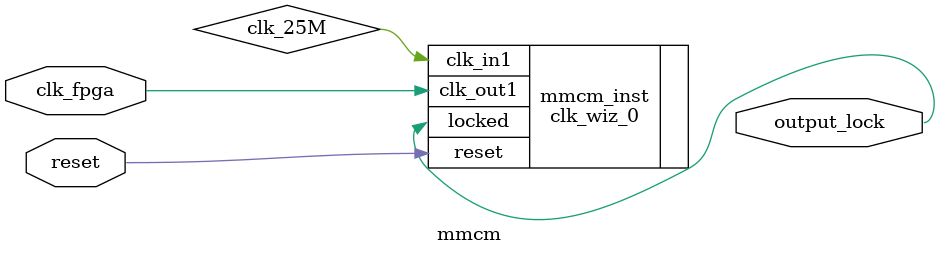
<source format=v>
`timescale 1ns / 1ps


module mmcm(
    input clk_fpga,
    input reset,
    output output_lock
    );
    
    reg [15:0] count;
    wire clk_25M;
    
   clk_wiz_0 mmcm_inst
   (
    // Clock out ports
    .clk_out1(clk_fpga),     // output clk_out1
    // Status and control signals
    .reset(reset), // input reset
    .locked(output_lock),       // output locked
   // Clock in ports
    .clk_in1(clk_25M));      // input clk_in1
    
    always @ (posedge clk_fpga, posedge reset)
    begin
        if (reset)
            begin
            count <= 1'b0;
            end
        else
            if (count == 4'h4)
                begin
                count <= 4'b0;
                end
            else
                count <= count + 1'b1;
    end 
    
endmodule

</source>
